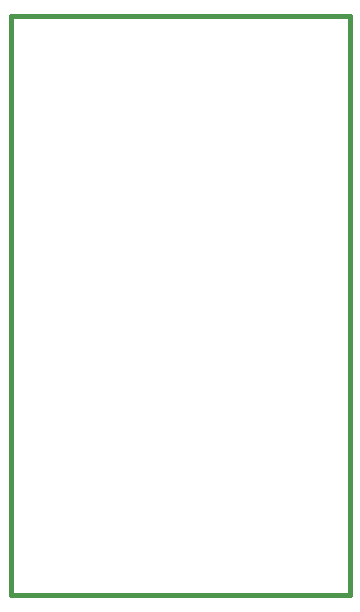
<source format=gbr>
G04 (created by PCBNEW (2013-01-23 BZR 3920)-testing) date Thu 24 Jan 2013 01:11:53 AM CET*
%MOIN*%
G04 Gerber Fmt 3.4, Leading zero omitted, Abs format*
%FSLAX34Y34*%
G01*
G70*
G90*
G04 APERTURE LIST*
%ADD10C,2.3622e-06*%
%ADD11C,0.015*%
G04 APERTURE END LIST*
G54D10*
G54D11*
X64950Y-33050D02*
X64950Y-13750D01*
X76250Y-33050D02*
X76250Y-13750D01*
X64950Y-33050D02*
X76250Y-33050D01*
X64950Y-13750D02*
X76250Y-13750D01*
M02*

</source>
